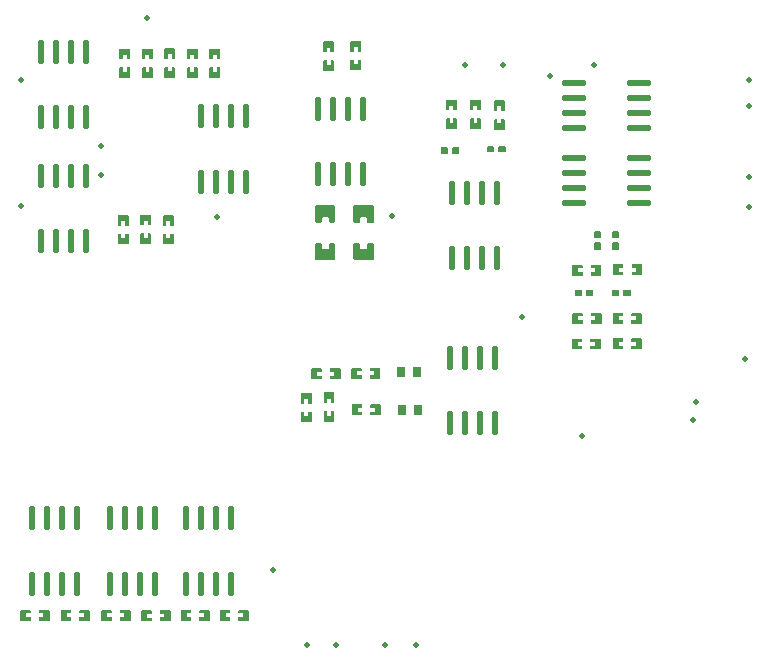
<source format=gtp>
G04 Layer: TopPasteMaskLayer*
G04 EasyEDA Pro v2.2.43.4, 2025-11-03 20:05:48*
G04 Gerber Generator version 0.3*
G04 Scale: 100 percent, Rotated: No, Reflected: No*
G04 Dimensions in millimeters*
G04 Leading zeros omitted, absolute positions, 4 integers and 5 decimals*
G04 Generated by one-click*
%FSLAX45Y45*%
%MOMM*%
%ADD10R,0.8X0.9*%
%ADD11C,0.5*%
%ADD12O,0.58801X2.045*%
%ADD13O,2.045X0.58801*%
%ADD14C,0.3512*%
G75*


G04 PolygonModel Start*
G36*
G01X3348058Y-3779820D02*
G01X3385083Y-3779820D01*
G01X3395083Y-3789820D01*
G01X3395083Y-3820310D01*
G01X3405083Y-3830310D01*
G01X3443834Y-3830310D01*
G01X3453834Y-3820310D01*
G01X3453834Y-3789820D01*
G01X3463834Y-3779820D01*
G01X3500859Y-3779820D01*
G01X3510859Y-3789820D01*
G01X3510859Y-3918318D01*
G01X3500859Y-3928318D01*
G01X3348058Y-3928318D01*
G01X3338058Y-3918318D01*
G01X3338058Y-3789820D01*
G01X3348058Y-3779820D01*
G37*
G36*
G01X3348058Y-3609818D02*
G01X3385083Y-3609818D01*
G01X3395083Y-3599818D01*
G01X3395083Y-3569327D01*
G01X3405083Y-3559327D01*
G01X3443834Y-3559327D01*
G01X3453834Y-3569327D01*
G01X3453834Y-3599818D01*
G01X3463834Y-3609818D01*
G01X3500859Y-3609818D01*
G01X3510859Y-3599818D01*
G01X3510859Y-3471319D01*
G01X3500859Y-3461319D01*
G01X3348058Y-3461319D01*
G01X3338058Y-3471319D01*
G01X3338058Y-3599818D01*
G01X3348058Y-3609818D01*
G37*
G36*
G01X3824818Y-3610834D02*
G01X3787793Y-3610834D01*
G01X3777793Y-3600834D01*
G01X3777793Y-3570343D01*
G01X3767793Y-3560343D01*
G01X3729043Y-3560343D01*
G01X3719043Y-3570343D01*
G01X3719043Y-3600834D01*
G01X3709043Y-3610834D01*
G01X3672017Y-3610834D01*
G01X3662017Y-3600834D01*
G01X3662017Y-3472335D01*
G01X3672017Y-3462335D01*
G01X3824818Y-3462335D01*
G01X3834818Y-3472335D01*
G01X3834818Y-3600834D01*
G01X3824818Y-3610834D01*
G37*
G36*
G01X3824818Y-3780836D02*
G01X3787793Y-3780836D01*
G01X3777793Y-3790836D01*
G01X3777793Y-3821326D01*
G01X3767793Y-3831326D01*
G01X3729043Y-3831326D01*
G01X3719043Y-3821326D01*
G01X3719043Y-3790836D01*
G01X3709043Y-3780836D01*
G01X3672017Y-3780836D01*
G01X3662017Y-3790836D01*
G01X3662017Y-3919334D01*
G01X3672017Y-3929334D01*
G01X3824818Y-3929334D01*
G01X3834818Y-3919334D01*
G01X3834818Y-3790836D01*
G01X3824818Y-3780836D01*
G37*
G36*
G01X4891095Y-3010710D02*
G01X4891095Y-2965709D01*
G01X4898093Y-2960710D01*
G01X4946094Y-2960710D01*
G01X4951095Y-2965709D01*
G01X4951095Y-3010710D01*
G01X4946094Y-3015709D01*
G01X4898093Y-3015709D01*
G01X4891095Y-3010710D01*
G37*
G36*
G01X4795093Y-3010710D02*
G01X4795093Y-2965709D01*
G01X4800095Y-2960710D01*
G01X4848093Y-2960710D01*
G01X4855093Y-2965709D01*
G01X4855093Y-3010710D01*
G01X4848093Y-3015709D01*
G01X4800095Y-3015709D01*
G01X4795093Y-3010710D01*
G37*
G36*
G01X4461634Y-2974447D02*
G01X4461634Y-3019448D01*
G01X4454637Y-3024447D01*
G01X4406636Y-3024447D01*
G01X4401635Y-3019448D01*
G01X4401635Y-2974447D01*
G01X4406636Y-2969448D01*
G01X4454637Y-2969448D01*
G01X4461634Y-2974447D01*
G37*
G36*
G01X4557636Y-2974447D02*
G01X4557636Y-3019448D01*
G01X4552635Y-3024447D01*
G01X4504637Y-3024447D01*
G01X4497636Y-3019448D01*
G01X4497636Y-2974447D01*
G01X4504637Y-2969448D01*
G01X4552635Y-2969448D01*
G01X4557636Y-2974447D01*
G37*
G36*
G01X5912896Y-4181198D02*
G01X5912896Y-4226199D01*
G01X5905899Y-4231198D01*
G01X5857898Y-4231198D01*
G01X5852897Y-4226199D01*
G01X5852897Y-4181198D01*
G01X5857898Y-4176199D01*
G01X5905899Y-4176199D01*
G01X5912896Y-4181198D01*
G37*
G36*
G01X6008898Y-4181198D02*
G01X6008898Y-4226199D01*
G01X6003897Y-4231198D01*
G01X5955899Y-4231198D01*
G01X5948898Y-4226199D01*
G01X5948898Y-4181198D01*
G01X5955899Y-4176199D01*
G01X6003897Y-4176199D01*
G01X6008898Y-4181198D01*
G37*
G36*
G01X5595396Y-4181198D02*
G01X5595396Y-4226199D01*
G01X5588399Y-4231198D01*
G01X5540398Y-4231198D01*
G01X5535397Y-4226199D01*
G01X5535397Y-4181198D01*
G01X5540398Y-4176199D01*
G01X5588399Y-4176199D01*
G01X5595396Y-4181198D01*
G37*
G36*
G01X5691398Y-4181198D02*
G01X5691398Y-4226199D01*
G01X5686397Y-4231198D01*
G01X5638399Y-4231198D01*
G01X5631398Y-4226199D01*
G01X5631398Y-4181198D01*
G01X5638399Y-4176199D01*
G01X5686397Y-4176199D01*
G01X5691398Y-4181198D01*
G37*
G36*
G01X5750202Y-3741196D02*
G01X5705201Y-3741196D01*
G01X5700202Y-3734199D01*
G01X5700202Y-3686198D01*
G01X5705201Y-3681197D01*
G01X5750202Y-3681197D01*
G01X5755201Y-3686198D01*
G01X5755201Y-3734199D01*
G01X5750202Y-3741196D01*
G37*
G36*
G01X5750202Y-3837198D02*
G01X5705201Y-3837198D01*
G01X5700202Y-3832197D01*
G01X5700202Y-3784199D01*
G01X5705201Y-3777198D01*
G01X5750202Y-3777198D01*
G01X5755201Y-3784199D01*
G01X5755201Y-3832197D01*
G01X5750202Y-3837198D01*
G37*
G36*
G01X5902602Y-3741196D02*
G01X5857601Y-3741196D01*
G01X5852602Y-3734199D01*
G01X5852602Y-3686198D01*
G01X5857601Y-3681197D01*
G01X5902602Y-3681197D01*
G01X5907601Y-3686198D01*
G01X5907601Y-3734199D01*
G01X5902602Y-3741196D01*
G37*
G36*
G01X5902602Y-3837198D02*
G01X5857601Y-3837198D01*
G01X5852602Y-3832197D01*
G01X5852602Y-3784199D01*
G01X5857601Y-3777198D01*
G01X5902602Y-3777198D01*
G01X5907601Y-3784199D01*
G01X5907601Y-3832197D01*
G01X5902602Y-3837198D01*
G37*
G36*
G01X2253701Y-2141098D02*
G01X2253701Y-2221098D01*
G01X2258703Y-2226099D01*
G01X2281499Y-2226099D01*
G01X2281499Y-2189099D01*
G01X2314499Y-2189099D01*
G01X2314499Y-2226099D01*
G01X2338702Y-2226099D01*
G01X2343701Y-2221098D01*
G01X2343701Y-2141098D01*
G01X2338702Y-2136099D01*
G01X2258703Y-2136099D01*
G01X2253701Y-2141098D01*
G37*
G36*
G01X2343699Y-2380102D02*
G01X2343699Y-2300102D01*
G01X2338697Y-2295101D01*
G01X2315901Y-2295101D01*
G01X2315901Y-2332101D01*
G01X2282901Y-2332101D01*
G01X2282901Y-2295101D01*
G01X2258698Y-2295101D01*
G01X2253699Y-2300102D01*
G01X2253699Y-2380102D01*
G01X2258698Y-2385101D01*
G01X2338697Y-2385101D01*
G01X2343699Y-2380102D01*
G37*
G36*
G01X2534199Y-2380102D02*
G01X2534199Y-2300102D01*
G01X2529197Y-2295101D01*
G01X2506401Y-2295101D01*
G01X2506401Y-2332101D01*
G01X2473401Y-2332101D01*
G01X2473401Y-2295101D01*
G01X2449198Y-2295101D01*
G01X2444199Y-2300102D01*
G01X2444199Y-2380102D01*
G01X2449198Y-2385101D01*
G01X2529197Y-2385101D01*
G01X2534199Y-2380102D01*
G37*
G36*
G01X2444201Y-2141098D02*
G01X2444201Y-2221098D01*
G01X2449203Y-2226099D01*
G01X2471999Y-2226099D01*
G01X2471999Y-2189099D01*
G01X2504999Y-2189099D01*
G01X2504999Y-2226099D01*
G01X2529202Y-2226099D01*
G01X2534201Y-2221098D01*
G01X2534201Y-2141098D01*
G01X2529202Y-2136099D01*
G01X2449203Y-2136099D01*
G01X2444201Y-2141098D01*
G37*
G36*
G01X1682201Y-2141098D02*
G01X1682201Y-2221098D01*
G01X1687203Y-2226099D01*
G01X1709999Y-2226099D01*
G01X1709999Y-2189099D01*
G01X1742999Y-2189099D01*
G01X1742999Y-2226099D01*
G01X1767202Y-2226099D01*
G01X1772201Y-2221098D01*
G01X1772201Y-2141098D01*
G01X1767202Y-2136099D01*
G01X1687203Y-2136099D01*
G01X1682201Y-2141098D01*
G37*
G36*
G01X1772199Y-2380102D02*
G01X1772199Y-2300102D01*
G01X1767197Y-2295101D01*
G01X1744401Y-2295101D01*
G01X1744401Y-2332101D01*
G01X1711401Y-2332101D01*
G01X1711401Y-2295101D01*
G01X1687198Y-2295101D01*
G01X1682199Y-2300102D01*
G01X1682199Y-2380102D01*
G01X1687198Y-2385101D01*
G01X1767197Y-2385101D01*
G01X1772199Y-2380102D01*
G37*
G36*
G01X1963562Y-2380966D02*
G01X1963562Y-2300966D01*
G01X1958561Y-2295964D01*
G01X1935764Y-2295964D01*
G01X1935764Y-2332965D01*
G01X1902765Y-2332965D01*
G01X1902765Y-2295964D01*
G01X1878561Y-2295964D01*
G01X1873562Y-2300966D01*
G01X1873562Y-2380966D01*
G01X1878561Y-2385964D01*
G01X1958561Y-2385964D01*
G01X1963562Y-2380966D01*
G37*
G36*
G01X1873565Y-2141962D02*
G01X1873565Y-2221962D01*
G01X1878566Y-2226963D01*
G01X1901363Y-2226963D01*
G01X1901363Y-2189963D01*
G01X1934362Y-2189963D01*
G01X1934362Y-2226963D01*
G01X1958566Y-2226963D01*
G01X1963565Y-2221962D01*
G01X1963565Y-2141962D01*
G01X1958566Y-2136963D01*
G01X1878566Y-2136963D01*
G01X1873565Y-2141962D01*
G37*
G36*
G01X1758635Y-3788938D02*
G01X1758635Y-3708938D01*
G01X1753634Y-3703937D01*
G01X1730837Y-3703937D01*
G01X1730837Y-3740937D01*
G01X1697838Y-3740937D01*
G01X1697838Y-3703937D01*
G01X1673634Y-3703937D01*
G01X1668635Y-3708938D01*
G01X1668635Y-3788938D01*
G01X1673634Y-3793937D01*
G01X1753634Y-3793937D01*
G01X1758635Y-3788938D01*
G37*
G36*
G01X1668638Y-3549934D02*
G01X1668638Y-3629934D01*
G01X1673639Y-3634936D01*
G01X1696436Y-3634936D01*
G01X1696436Y-3597935D01*
G01X1729435Y-3597935D01*
G01X1729435Y-3634936D01*
G01X1753639Y-3634936D01*
G01X1758638Y-3629934D01*
G01X1758638Y-3549934D01*
G01X1753639Y-3544936D01*
G01X1673639Y-3544936D01*
G01X1668638Y-3549934D01*
G37*
G36*
G01X2062984Y-2137655D02*
G01X2062984Y-2217655D01*
G01X2067985Y-2222656D01*
G01X2090782Y-2222656D01*
G01X2090782Y-2185656D01*
G01X2123782Y-2185656D01*
G01X2123782Y-2222656D01*
G01X2147985Y-2222656D01*
G01X2152984Y-2217655D01*
G01X2152984Y-2137655D01*
G01X2147985Y-2132656D01*
G01X2067985Y-2132656D01*
G01X2062984Y-2137655D01*
G37*
G36*
G01X2152981Y-2376659D02*
G01X2152981Y-2296659D01*
G01X2147980Y-2291658D01*
G01X2125184Y-2291658D01*
G01X2125184Y-2328658D01*
G01X2092184Y-2328658D01*
G01X2092184Y-2291658D01*
G01X2067980Y-2291658D01*
G01X2062982Y-2296659D01*
G01X2062982Y-2376659D01*
G01X2067980Y-2381658D01*
G01X2147980Y-2381658D01*
G01X2152981Y-2376659D01*
G37*
G36*
G01X1859142Y-3547355D02*
G01X1859142Y-3627355D01*
G01X1864143Y-3632356D01*
G01X1886939Y-3632356D01*
G01X1886939Y-3595356D01*
G01X1919939Y-3595356D01*
G01X1919939Y-3632356D01*
G01X1944143Y-3632356D01*
G01X1949141Y-3627355D01*
G01X1949141Y-3547355D01*
G01X1944143Y-3542356D01*
G01X1864143Y-3542356D01*
G01X1859142Y-3547355D01*
G37*
G36*
G01X1949139Y-3786359D02*
G01X1949139Y-3706359D01*
G01X1944138Y-3701358D01*
G01X1921341Y-3701358D01*
G01X1921341Y-3738358D01*
G01X1888341Y-3738358D01*
G01X1888341Y-3701358D01*
G01X1864138Y-3701358D01*
G01X1859139Y-3706359D01*
G01X1859139Y-3786359D01*
G01X1864138Y-3791358D01*
G01X1944138Y-3791358D01*
G01X1949139Y-3786359D01*
G37*
G36*
G01X2140499Y-3789802D02*
G01X2140499Y-3709802D01*
G01X2135497Y-3704801D01*
G01X2112701Y-3704801D01*
G01X2112701Y-3741801D01*
G01X2079701Y-3741801D01*
G01X2079701Y-3704801D01*
G01X2055498Y-3704801D01*
G01X2050499Y-3709802D01*
G01X2050499Y-3789802D01*
G01X2055498Y-3794801D01*
G01X2135497Y-3794801D01*
G01X2140499Y-3789802D01*
G37*
G36*
G01X2050501Y-3550798D02*
G01X2050501Y-3630798D01*
G01X2055503Y-3635799D01*
G01X2078299Y-3635799D01*
G01X2078299Y-3598799D01*
G01X2111299Y-3598799D01*
G01X2111299Y-3635799D01*
G01X2135502Y-3635799D01*
G01X2140501Y-3630798D01*
G01X2140501Y-3550798D01*
G01X2135502Y-3545799D01*
G01X2055503Y-3545799D01*
G01X2050501Y-3550798D01*
G37*
G36*
G01X3638001Y-2077598D02*
G01X3638001Y-2157598D01*
G01X3643003Y-2162599D01*
G01X3665799Y-2162599D01*
G01X3665799Y-2125599D01*
G01X3698799Y-2125599D01*
G01X3698799Y-2162599D01*
G01X3723002Y-2162599D01*
G01X3728001Y-2157598D01*
G01X3728001Y-2077598D01*
G01X3723002Y-2072599D01*
G01X3643003Y-2072599D01*
G01X3638001Y-2077598D01*
G37*
G36*
G01X3727999Y-2316602D02*
G01X3727999Y-2236602D01*
G01X3722997Y-2231601D01*
G01X3700201Y-2231601D01*
G01X3700201Y-2268601D01*
G01X3667201Y-2268601D01*
G01X3667201Y-2231601D01*
G01X3642998Y-2231601D01*
G01X3637999Y-2236602D01*
G01X3637999Y-2316602D01*
G01X3642998Y-2321601D01*
G01X3722997Y-2321601D01*
G01X3727999Y-2316602D01*
G37*
G36*
G01X3497519Y-2319044D02*
G01X3497519Y-2239044D01*
G01X3492518Y-2234043D01*
G01X3469721Y-2234043D01*
G01X3469721Y-2271043D01*
G01X3436722Y-2271043D01*
G01X3436722Y-2234043D01*
G01X3412518Y-2234043D01*
G01X3407519Y-2239044D01*
G01X3407519Y-2319044D01*
G01X3412518Y-2324043D01*
G01X3492518Y-2324043D01*
G01X3497519Y-2319044D01*
G37*
G36*
G01X3407522Y-2080040D02*
G01X3407522Y-2160040D01*
G01X3412523Y-2165041D01*
G01X3435320Y-2165041D01*
G01X3435320Y-2128041D01*
G01X3468319Y-2128041D01*
G01X3468319Y-2165041D01*
G01X3492523Y-2165041D01*
G01X3497522Y-2160040D01*
G01X3497522Y-2080040D01*
G01X3492523Y-2075042D01*
G01X3412523Y-2075042D01*
G01X3407522Y-2080040D01*
G37*
G36*
G01X4853468Y-2578124D02*
G01X4853468Y-2658124D01*
G01X4858469Y-2663125D01*
G01X4881265Y-2663125D01*
G01X4881265Y-2626125D01*
G01X4914265Y-2626125D01*
G01X4914265Y-2663125D01*
G01X4938469Y-2663125D01*
G01X4943467Y-2658124D01*
G01X4943467Y-2578124D01*
G01X4938469Y-2573125D01*
G01X4858469Y-2573125D01*
G01X4853468Y-2578124D01*
G37*
G36*
G01X4943465Y-2817128D02*
G01X4943465Y-2737128D01*
G01X4938464Y-2732127D01*
G01X4915667Y-2732127D01*
G01X4915667Y-2769127D01*
G01X4882667Y-2769127D01*
G01X4882667Y-2732127D01*
G01X4858464Y-2732127D01*
G01X4853465Y-2737128D01*
G01X4853465Y-2817128D01*
G01X4858464Y-2822127D01*
G01X4938464Y-2822127D01*
G01X4943465Y-2817128D01*
G37*
G36*
G01X4740537Y-2811650D02*
G01X4740537Y-2731651D01*
G01X4735535Y-2726649D01*
G01X4712739Y-2726649D01*
G01X4712739Y-2763650D01*
G01X4679739Y-2763650D01*
G01X4679739Y-2726649D01*
G01X4655536Y-2726649D01*
G01X4650537Y-2731651D01*
G01X4650537Y-2811650D01*
G01X4655536Y-2816649D01*
G01X4735535Y-2816649D01*
G01X4740537Y-2811650D01*
G37*
G36*
G01X4650539Y-2572647D02*
G01X4650539Y-2652646D01*
G01X4655541Y-2657648D01*
G01X4678337Y-2657648D01*
G01X4678337Y-2620648D01*
G01X4711337Y-2620648D01*
G01X4711337Y-2657648D01*
G01X4735540Y-2657648D01*
G01X4740539Y-2652646D01*
G01X4740539Y-2572647D01*
G01X4735540Y-2567648D01*
G01X4655541Y-2567648D01*
G01X4650539Y-2572647D01*
G37*
G36*
G01X4447339Y-2572647D02*
G01X4447339Y-2652646D01*
G01X4452341Y-2657648D01*
G01X4475137Y-2657648D01*
G01X4475137Y-2620648D01*
G01X4508137Y-2620648D01*
G01X4508137Y-2657648D01*
G01X4532340Y-2657648D01*
G01X4537339Y-2652646D01*
G01X4537339Y-2572647D01*
G01X4532340Y-2567648D01*
G01X4452341Y-2567648D01*
G01X4447339Y-2572647D01*
G37*
G36*
G01X4537337Y-2811650D02*
G01X4537337Y-2731651D01*
G01X4532335Y-2726649D01*
G01X4509539Y-2726649D01*
G01X4509539Y-2763650D01*
G01X4476539Y-2763650D01*
G01X4476539Y-2726649D01*
G01X4452336Y-2726649D01*
G01X4447337Y-2731651D01*
G01X4447337Y-2811650D01*
G01X4452336Y-2816649D01*
G01X4532335Y-2816649D01*
G01X4537337Y-2811650D01*
G37*
G36*
G01X6103512Y-3963233D02*
G01X6023512Y-3963233D01*
G01X6018511Y-3968234D01*
G01X6018511Y-3991031D01*
G01X6055511Y-3991031D01*
G01X6055511Y-4024031D01*
G01X6018511Y-4024031D01*
G01X6018511Y-4048234D01*
G01X6023512Y-4053233D01*
G01X6103512Y-4053233D01*
G01X6108511Y-4048234D01*
G01X6108511Y-3968234D01*
G01X6103512Y-3963233D01*
G37*
G36*
G01X5864508Y-4053230D02*
G01X5944508Y-4053230D01*
G01X5949509Y-4048229D01*
G01X5949509Y-4025433D01*
G01X5912509Y-4025433D01*
G01X5912509Y-3992433D01*
G01X5949509Y-3992433D01*
G01X5949509Y-3968229D01*
G01X5944508Y-3963231D01*
G01X5864508Y-3963231D01*
G01X5859509Y-3968229D01*
G01X5859509Y-4048229D01*
G01X5864508Y-4053230D01*
G37*
G36*
G01X5756575Y-3968201D02*
G01X5676575Y-3968201D01*
G01X5671574Y-3973203D01*
G01X5671574Y-3995999D01*
G01X5708574Y-3995999D01*
G01X5708574Y-4028999D01*
G01X5671574Y-4028999D01*
G01X5671574Y-4053202D01*
G01X5676575Y-4058201D01*
G01X5756575Y-4058201D01*
G01X5761573Y-4053202D01*
G01X5761573Y-3973203D01*
G01X5756575Y-3968201D01*
G37*
G36*
G01X5517571Y-4058199D02*
G01X5597571Y-4058199D01*
G01X5602572Y-4053197D01*
G01X5602572Y-4030401D01*
G01X5565572Y-4030401D01*
G01X5565572Y-3997401D01*
G01X5602572Y-3997401D01*
G01X5602572Y-3973198D01*
G01X5597571Y-3968199D01*
G01X5517571Y-3968199D01*
G01X5512572Y-3973198D01*
G01X5512572Y-4053197D01*
G01X5517571Y-4058199D01*
G37*
G36*
G01X5755016Y-4591727D02*
G01X5675017Y-4591727D01*
G01X5670015Y-4596728D01*
G01X5670015Y-4619525D01*
G01X5707016Y-4619525D01*
G01X5707016Y-4652524D01*
G01X5670015Y-4652524D01*
G01X5670015Y-4676728D01*
G01X5675017Y-4681727D01*
G01X5755016Y-4681727D01*
G01X5760015Y-4676728D01*
G01X5760015Y-4596728D01*
G01X5755016Y-4591727D01*
G37*
G36*
G01X5516013Y-4681724D02*
G01X5596012Y-4681724D01*
G01X5601014Y-4676723D01*
G01X5601014Y-4653926D01*
G01X5564014Y-4653926D01*
G01X5564014Y-4620927D01*
G01X5601014Y-4620927D01*
G01X5601014Y-4596723D01*
G01X5596012Y-4591724D01*
G01X5516013Y-4591724D01*
G01X5511014Y-4596723D01*
G01X5511014Y-4676723D01*
G01X5516013Y-4681724D01*
G37*
G36*
G01X6101202Y-4590501D02*
G01X6021202Y-4590501D01*
G01X6016201Y-4595503D01*
G01X6016201Y-4618299D01*
G01X6053201Y-4618299D01*
G01X6053201Y-4651299D01*
G01X6016201Y-4651299D01*
G01X6016201Y-4675502D01*
G01X6021202Y-4680501D01*
G01X6101202Y-4680501D01*
G01X6106201Y-4675502D01*
G01X6106201Y-4595503D01*
G01X6101202Y-4590501D01*
G37*
G36*
G01X5862198Y-4680499D02*
G01X5942198Y-4680499D01*
G01X5947199Y-4675497D01*
G01X5947199Y-4652701D01*
G01X5910199Y-4652701D01*
G01X5910199Y-4619701D01*
G01X5947199Y-4619701D01*
G01X5947199Y-4595498D01*
G01X5942198Y-4590499D01*
G01X5862198Y-4590499D01*
G01X5857199Y-4595498D01*
G01X5857199Y-4675497D01*
G01X5862198Y-4680499D01*
G37*
G36*
G01X5862198Y-4464599D02*
G01X5942198Y-4464599D01*
G01X5947199Y-4459597D01*
G01X5947199Y-4436801D01*
G01X5910199Y-4436801D01*
G01X5910199Y-4403801D01*
G01X5947199Y-4403801D01*
G01X5947199Y-4379598D01*
G01X5942198Y-4374599D01*
G01X5862198Y-4374599D01*
G01X5857199Y-4379598D01*
G01X5857199Y-4459597D01*
G01X5862198Y-4464599D01*
G37*
G36*
G01X6101202Y-4374601D02*
G01X6021202Y-4374601D01*
G01X6016201Y-4379603D01*
G01X6016201Y-4402399D01*
G01X6053201Y-4402399D01*
G01X6053201Y-4435399D01*
G01X6016201Y-4435399D01*
G01X6016201Y-4459602D01*
G01X6021202Y-4464601D01*
G01X6101202Y-4464601D01*
G01X6106201Y-4459602D01*
G01X6106201Y-4379603D01*
G01X6101202Y-4374601D01*
G37*
G36*
G01X5519298Y-4464599D02*
G01X5599298Y-4464599D01*
G01X5604299Y-4459597D01*
G01X5604299Y-4436801D01*
G01X5567299Y-4436801D01*
G01X5567299Y-4403801D01*
G01X5604299Y-4403801D01*
G01X5604299Y-4379598D01*
G01X5599298Y-4374599D01*
G01X5519298Y-4374599D01*
G01X5514299Y-4379598D01*
G01X5514299Y-4459597D01*
G01X5519298Y-4464599D01*
G37*
G36*
G01X5758302Y-4374601D02*
G01X5678302Y-4374601D01*
G01X5673301Y-4379603D01*
G01X5673301Y-4402399D01*
G01X5710301Y-4402399D01*
G01X5710301Y-4435399D01*
G01X5673301Y-4435399D01*
G01X5673301Y-4459602D01*
G01X5678302Y-4464601D01*
G01X5758302Y-4464601D01*
G01X5763301Y-4459602D01*
G01X5763301Y-4379603D01*
G01X5758302Y-4374601D01*
G37*
G36*
G01X1770502Y-6889201D02*
G01X1690502Y-6889201D01*
G01X1685501Y-6894203D01*
G01X1685501Y-6916999D01*
G01X1722501Y-6916999D01*
G01X1722501Y-6949999D01*
G01X1685501Y-6949999D01*
G01X1685501Y-6974202D01*
G01X1690502Y-6979201D01*
G01X1770502Y-6979201D01*
G01X1775501Y-6974202D01*
G01X1775501Y-6894203D01*
G01X1770502Y-6889201D01*
G37*
G36*
G01X1531498Y-6979199D02*
G01X1611498Y-6979199D01*
G01X1616499Y-6974197D01*
G01X1616499Y-6951401D01*
G01X1579499Y-6951401D01*
G01X1579499Y-6918401D01*
G01X1616499Y-6918401D01*
G01X1616499Y-6894198D01*
G01X1611498Y-6889199D01*
G01X1531498Y-6889199D01*
G01X1526499Y-6894198D01*
G01X1526499Y-6974197D01*
G01X1531498Y-6979199D01*
G37*
G36*
G01X1188598Y-6979199D02*
G01X1268598Y-6979199D01*
G01X1273599Y-6974197D01*
G01X1273599Y-6951401D01*
G01X1236599Y-6951401D01*
G01X1236599Y-6918401D01*
G01X1273599Y-6918401D01*
G01X1273599Y-6894198D01*
G01X1268598Y-6889199D01*
G01X1188598Y-6889199D01*
G01X1183599Y-6894198D01*
G01X1183599Y-6974197D01*
G01X1188598Y-6979199D01*
G37*
G36*
G01X1427602Y-6889201D02*
G01X1347602Y-6889201D01*
G01X1342601Y-6894203D01*
G01X1342601Y-6916999D01*
G01X1379601Y-6916999D01*
G01X1379601Y-6949999D01*
G01X1342601Y-6949999D01*
G01X1342601Y-6974202D01*
G01X1347602Y-6979201D01*
G01X1427602Y-6979201D01*
G01X1432601Y-6974202D01*
G01X1432601Y-6894203D01*
G01X1427602Y-6889201D01*
G37*
G36*
G01X845698Y-6979199D02*
G01X925698Y-6979199D01*
G01X930699Y-6974197D01*
G01X930699Y-6951401D01*
G01X893699Y-6951401D01*
G01X893699Y-6918401D01*
G01X930699Y-6918401D01*
G01X930699Y-6894198D01*
G01X925698Y-6889199D01*
G01X845698Y-6889199D01*
G01X840699Y-6894198D01*
G01X840699Y-6974197D01*
G01X845698Y-6979199D01*
G37*
G36*
G01X1084702Y-6889201D02*
G01X1004702Y-6889201D01*
G01X999701Y-6894203D01*
G01X999701Y-6916999D01*
G01X1036701Y-6916999D01*
G01X1036701Y-6949999D01*
G01X999701Y-6949999D01*
G01X999701Y-6974202D01*
G01X1004702Y-6979201D01*
G01X1084702Y-6979201D01*
G01X1089701Y-6974202D01*
G01X1089701Y-6894203D01*
G01X1084702Y-6889201D01*
G37*
G36*
G01X2773802Y-6889201D02*
G01X2693802Y-6889201D01*
G01X2688801Y-6894203D01*
G01X2688801Y-6916999D01*
G01X2725801Y-6916999D01*
G01X2725801Y-6949999D01*
G01X2688801Y-6949999D01*
G01X2688801Y-6974202D01*
G01X2693802Y-6979201D01*
G01X2773802Y-6979201D01*
G01X2778801Y-6974202D01*
G01X2778801Y-6894203D01*
G01X2773802Y-6889201D01*
G37*
G36*
G01X2534798Y-6979199D02*
G01X2614798Y-6979199D01*
G01X2619799Y-6974197D01*
G01X2619799Y-6951401D01*
G01X2582799Y-6951401D01*
G01X2582799Y-6918401D01*
G01X2619799Y-6918401D01*
G01X2619799Y-6894198D01*
G01X2614798Y-6889199D01*
G01X2534798Y-6889199D01*
G01X2529799Y-6894198D01*
G01X2529799Y-6974197D01*
G01X2534798Y-6979199D01*
G37*
G36*
G01X2204598Y-6979199D02*
G01X2284598Y-6979199D01*
G01X2289599Y-6974197D01*
G01X2289599Y-6951401D01*
G01X2252599Y-6951401D01*
G01X2252599Y-6918401D01*
G01X2289599Y-6918401D01*
G01X2289599Y-6894198D01*
G01X2284598Y-6889199D01*
G01X2204598Y-6889199D01*
G01X2199599Y-6894198D01*
G01X2199599Y-6974197D01*
G01X2204598Y-6979199D01*
G37*
G36*
G01X2443602Y-6889201D02*
G01X2363602Y-6889201D01*
G01X2358601Y-6894203D01*
G01X2358601Y-6916999D01*
G01X2395601Y-6916999D01*
G01X2395601Y-6949999D01*
G01X2358601Y-6949999D01*
G01X2358601Y-6974202D01*
G01X2363602Y-6979201D01*
G01X2443602Y-6979201D01*
G01X2448601Y-6974202D01*
G01X2448601Y-6894203D01*
G01X2443602Y-6889201D01*
G37*
G36*
G01X2109436Y-6891691D02*
G01X2029436Y-6891691D01*
G01X2024435Y-6896692D01*
G01X2024435Y-6919488D01*
G01X2061435Y-6919488D01*
G01X2061435Y-6952488D01*
G01X2024435Y-6952488D01*
G01X2024435Y-6976692D01*
G01X2029436Y-6981690D01*
G01X2109436Y-6981690D01*
G01X2114434Y-6976692D01*
G01X2114434Y-6896692D01*
G01X2109436Y-6891691D01*
G37*
G36*
G01X1870432Y-6981688D02*
G01X1950432Y-6981688D01*
G01X1955433Y-6976687D01*
G01X1955433Y-6953890D01*
G01X1918433Y-6953890D01*
G01X1918433Y-6920890D01*
G01X1955433Y-6920890D01*
G01X1955433Y-6896687D01*
G01X1950432Y-6891688D01*
G01X1870432Y-6891688D01*
G01X1865433Y-6896687D01*
G01X1865433Y-6976687D01*
G01X1870432Y-6981688D01*
G37*
G36*
G01X3891402Y-5149301D02*
G01X3811402Y-5149301D01*
G01X3806401Y-5154303D01*
G01X3806401Y-5177099D01*
G01X3843401Y-5177099D01*
G01X3843401Y-5210099D01*
G01X3806401Y-5210099D01*
G01X3806401Y-5234302D01*
G01X3811402Y-5239301D01*
G01X3891402Y-5239301D01*
G01X3896401Y-5234302D01*
G01X3896401Y-5154303D01*
G01X3891402Y-5149301D01*
G37*
G36*
G01X3652398Y-5239299D02*
G01X3732398Y-5239299D01*
G01X3737399Y-5234297D01*
G01X3737399Y-5211501D01*
G01X3700399Y-5211501D01*
G01X3700399Y-5178501D01*
G01X3737399Y-5178501D01*
G01X3737399Y-5154298D01*
G01X3732398Y-5149299D01*
G01X3652398Y-5149299D01*
G01X3647399Y-5154298D01*
G01X3647399Y-5234297D01*
G01X3652398Y-5239299D01*
G37*
G36*
G01X3886120Y-4840514D02*
G01X3806120Y-4840514D01*
G01X3801119Y-4845515D01*
G01X3801119Y-4868311D01*
G01X3838119Y-4868311D01*
G01X3838119Y-4901311D01*
G01X3801119Y-4901311D01*
G01X3801119Y-4925515D01*
G01X3806120Y-4930513D01*
G01X3886120Y-4930513D01*
G01X3891119Y-4925515D01*
G01X3891119Y-4845515D01*
G01X3886120Y-4840514D01*
G37*
G36*
G01X3647116Y-4930511D02*
G01X3727116Y-4930511D01*
G01X3732117Y-4925510D01*
G01X3732117Y-4902713D01*
G01X3695117Y-4902713D01*
G01X3695117Y-4869713D01*
G01X3732117Y-4869713D01*
G01X3732117Y-4845510D01*
G01X3727116Y-4840511D01*
G01X3647116Y-4840511D01*
G01X3642117Y-4845510D01*
G01X3642117Y-4925510D01*
G01X3647116Y-4930511D01*
G37*
G36*
G01X3309498Y-4934499D02*
G01X3389498Y-4934499D01*
G01X3394499Y-4929497D01*
G01X3394499Y-4906701D01*
G01X3357499Y-4906701D01*
G01X3357499Y-4873701D01*
G01X3394499Y-4873701D01*
G01X3394499Y-4849498D01*
G01X3389498Y-4844499D01*
G01X3309498Y-4844499D01*
G01X3304499Y-4849498D01*
G01X3304499Y-4929497D01*
G01X3309498Y-4934499D01*
G37*
G36*
G01X3548502Y-4844501D02*
G01X3468502Y-4844501D01*
G01X3463501Y-4849503D01*
G01X3463501Y-4872299D01*
G01X3500501Y-4872299D01*
G01X3500501Y-4905299D01*
G01X3463501Y-4905299D01*
G01X3463501Y-4929502D01*
G01X3468502Y-4934501D01*
G01X3548502Y-4934501D01*
G01X3553501Y-4929502D01*
G01X3553501Y-4849503D01*
G01X3548502Y-4844501D01*
G37*
G36*
G01X3309219Y-5295232D02*
G01X3309219Y-5215232D01*
G01X3304217Y-5210231D01*
G01X3281421Y-5210231D01*
G01X3281421Y-5247231D01*
G01X3248421Y-5247231D01*
G01X3248421Y-5210231D01*
G01X3224218Y-5210231D01*
G01X3219219Y-5215232D01*
G01X3219219Y-5295232D01*
G01X3224218Y-5300231D01*
G01X3304217Y-5300231D01*
G01X3309219Y-5295232D01*
G37*
G36*
G01X3219221Y-5056228D02*
G01X3219221Y-5136228D01*
G01X3224223Y-5141229D01*
G01X3247019Y-5141229D01*
G01X3247019Y-5104229D01*
G01X3280019Y-5104229D01*
G01X3280019Y-5141229D01*
G01X3304223Y-5141229D01*
G01X3309221Y-5136228D01*
G01X3309221Y-5056228D01*
G01X3304223Y-5051229D01*
G01X3224223Y-5051229D01*
G01X3219221Y-5056228D01*
G37*
G36*
G01X3412091Y-5052116D02*
G01X3412091Y-5132116D01*
G01X3417092Y-5137117D01*
G01X3439889Y-5137117D01*
G01X3439889Y-5100117D01*
G01X3472889Y-5100117D01*
G01X3472889Y-5137117D01*
G01X3497092Y-5137117D01*
G01X3502091Y-5132116D01*
G01X3502091Y-5052116D01*
G01X3497092Y-5047117D01*
G01X3417092Y-5047117D01*
G01X3412091Y-5052116D01*
G37*
G36*
G01X3502089Y-5291120D02*
G01X3502089Y-5211120D01*
G01X3497087Y-5206119D01*
G01X3474291Y-5206119D01*
G01X3474291Y-5243119D01*
G01X3441291Y-5243119D01*
G01X3441291Y-5206119D01*
G01X3417087Y-5206119D01*
G01X3412089Y-5211120D01*
G01X3412089Y-5291120D01*
G01X3417087Y-5296118D01*
G01X3497087Y-5296118D01*
G01X3502089Y-5291120D01*
G37*

G04 Pad Start*
G54D10*
G01X4205168Y-4874095D03*
G01X4065163Y-4874095D03*
G01X4210202Y-5194300D03*
G01X4070198Y-5194300D03*
G54D11*
G01X850900Y-2400300D03*
G01X1917700Y-1879600D03*
G01X2508780Y-3561392D03*
G01X850900Y-3467100D03*
G01X3987800Y-3556000D03*
G01X5089238Y-4406649D03*
G01X6540019Y-5284373D03*
G01X2980280Y-6552932D03*
G54D12*
G01X1397000Y-2161159D03*
G01X1270000Y-2161159D03*
G01X1143000Y-2161159D03*
G01X1016000Y-2161159D03*
G01X1397000Y-2715641D03*
G01X1270000Y-2715641D03*
G01X1143000Y-2715641D03*
G01X1016000Y-2715641D03*
G01X2755900Y-2707259D03*
G01X2628900Y-2707259D03*
G01X2501900Y-2707259D03*
G01X2374900Y-2707259D03*
G01X2755900Y-3261741D03*
G01X2628900Y-3261741D03*
G01X2501900Y-3261741D03*
G01X2374900Y-3261741D03*
G01X1017490Y-3765434D03*
G01X1144490Y-3765434D03*
G01X1271490Y-3765434D03*
G01X1398490Y-3765434D03*
G01X1017490Y-3210952D03*
G01X1144490Y-3210952D03*
G01X1271490Y-3210952D03*
G01X1398490Y-3210952D03*
G01X3746500Y-2643759D03*
G01X3619500Y-2643759D03*
G01X3492500Y-2643759D03*
G01X3365500Y-2643759D03*
G01X3746500Y-3198241D03*
G01X3619500Y-3198241D03*
G01X3492500Y-3198241D03*
G01X3365500Y-3198241D03*
G01X4876800Y-3354959D03*
G01X4749800Y-3354959D03*
G01X4622800Y-3354959D03*
G01X4495800Y-3354959D03*
G01X4876800Y-3909441D03*
G01X4749800Y-3909441D03*
G01X4622800Y-3909441D03*
G01X4495800Y-3909441D03*
G54D13*
G01X6081141Y-3441700D03*
G01X6081141Y-3314700D03*
G01X6081141Y-3187700D03*
G01X6081141Y-3060700D03*
G01X5526659Y-3441700D03*
G01X5526659Y-3314700D03*
G01X5526659Y-3187700D03*
G01X5526659Y-3060700D03*
G01X6081141Y-2806700D03*
G01X6081141Y-2679700D03*
G01X6081141Y-2552700D03*
G01X6081141Y-2425700D03*
G01X5526659Y-2806700D03*
G01X5526659Y-2679700D03*
G01X5526659Y-2552700D03*
G01X5526659Y-2425700D03*
G54D12*
G01X939800Y-6665341D03*
G01X1066800Y-6665341D03*
G01X1193800Y-6665341D03*
G01X1320800Y-6665341D03*
G01X939800Y-6110859D03*
G01X1066800Y-6110859D03*
G01X1193800Y-6110859D03*
G01X1320800Y-6110859D03*
G01X1600200Y-6665341D03*
G01X1727200Y-6665341D03*
G01X1854200Y-6665341D03*
G01X1981200Y-6665341D03*
G01X1600200Y-6110859D03*
G01X1727200Y-6110859D03*
G01X1854200Y-6110859D03*
G01X1981200Y-6110859D03*
G01X2247900Y-6665341D03*
G01X2374900Y-6665341D03*
G01X2501900Y-6665341D03*
G01X2628900Y-6665341D03*
G01X2247900Y-6110859D03*
G01X2374900Y-6110859D03*
G01X2501900Y-6110859D03*
G01X2628900Y-6110859D03*
G01X4864100Y-4751959D03*
G01X4737100Y-4751959D03*
G01X4610100Y-4751959D03*
G01X4483100Y-4751959D03*
G01X4864100Y-5306441D03*
G01X4737100Y-5306441D03*
G01X4610100Y-5306441D03*
G01X4483100Y-5306441D03*
G54D11*
G01X1528497Y-2956998D03*
G01X1525297Y-3209398D03*
G01X4610100Y-2273300D03*
G01X3512897Y-7185997D03*
G01X3269997Y-7187597D03*
G01X4927600Y-2273300D03*
G01X7010400Y-3225800D03*
G01X7011595Y-3480899D03*
G01X5701895Y-2275999D03*
G01X5330394Y-2366499D03*
G01X7009995Y-2398198D03*
G01X7008395Y-2623598D03*
G01X5595596Y-5414397D03*
G01X6978296Y-4768298D03*
G01X6565900Y-5130800D03*
G01X4190696Y-7182796D03*
G01X3927197Y-7184396D03*
G04 Pad End*

M02*


</source>
